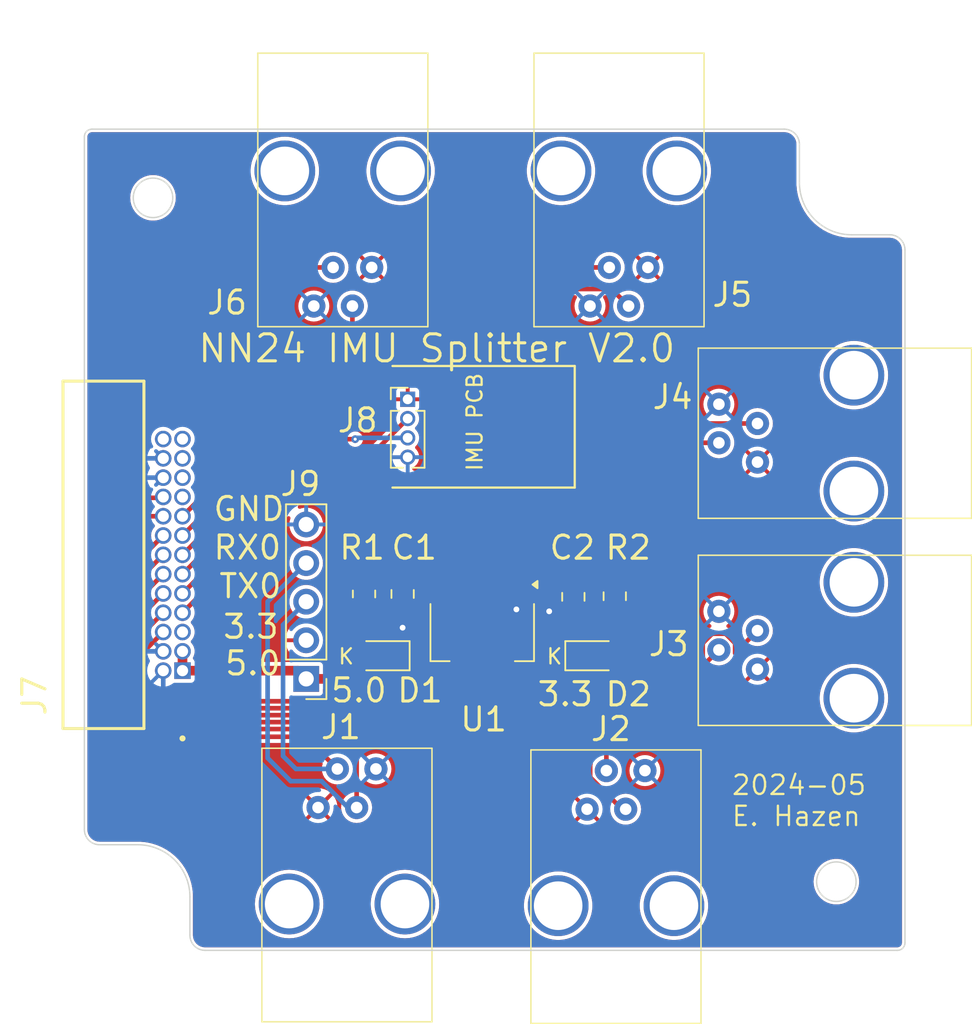
<source format=kicad_pcb>
(kicad_pcb (version 20240108) (generator "pcbnew") (generator_version "8.0")
  (layers (0 "F.Cu" signal) (31 "B.Cu" signal) (34 "B.Paste" user) (35 "F.Paste" user) (36 "B.SilkS" user "B.Silkscreen") (37 "F.SilkS" user "F.Silkscreen") (38 "B.Mask" user) (39 "F.Mask" user) (44 "Edge.Cuts" user))
  (net 0 "")
  (net 4 "+5V")
  (net 5 "GND")
  (net 6 "+3.3V")
  (net 7 "/TX0")
  (net 8 "/RX0")
  (net 9 "/TX1")
  (net 10 "/RX1")
  (net 11 "/TX2")
  (net 12 "/RX2")
  (net 13 "/TX3")
  (net 14 "/RX3")
  (net 15 "/RX4")
  (net 16 "/TX4")
  (net 17 "/TX5")
  (net 18 "/RX5")
  (net 19 "/TX6")
  (net 20 "/RX6")
  (net 24 "Net-(D1-A)")
  (net 25 "Net-(D2-A)")
  (footprint "my_RJ:A-2004-3-4-LP" (layer "F.Cu") (at 182.72 84 180)
    (property "Reference" "J6" (at 9.52 -2.31 180) (layer "F.SilkS") (effects (font (size 1.524 1.524) (thickness 0.2032))))
    (property "Value" "4P4C")
    (fp_line (start 7.5 14.1) (end -3.7 14.1) (stroke (width 0.1)) (layer "F.SilkS"))
    (fp_line (start 7.5 -3.9) (end 7.5 14.1) (stroke (width 0.1)) (layer "F.SilkS"))
    (fp_line (start -3.7 14.1) (end -3.7 -3.9) (stroke (width 0.1)) (layer "F.SilkS"))
    (fp_line (start -3.7 -3.9) (end 7.5 -3.9) (stroke (width 0.1)) (layer "F.SilkS"))
    (pad "1" thru_hole circle (at 0 0 180) (size 1.524 1.524) (drill 0.762) (layers "*.Cu" "*.Mask") (net 6 "+3.3V"))
    (pad "2" thru_hole circle (at 1.27 -2.54 180) (size 1.524 1.524) (drill 0.762) (layers "*.Cu" "*.Mask") (net 17 "/TX5"))
    (pad "3" thru_hole circle (at 2.54 0 180) (size 1.524 1.524) (drill 0.762) (layers "*.Cu" "*.Mask") (net 18 "/RX5"))
    (pad "4" thru_hole circle (at 3.81 -2.54 180) (size 1.524 1.524) (drill 0.762) (layers "*.Cu" "*.Mask") (net 5 "GND"))
    (pad "5" thru_hole circle (at -1.905 6.35 180) (size 4 4) (drill 3.2) (layers "*.Cu" "*.Mask"))
    (pad "6" thru_hole circle (at 5.72 6.35 180) (size 4 4) (drill 3.2) (layers "*.Cu" "*.Mask"))
  )
  (footprint "Capacitor_SMD:C_0805_2012Metric_Pad1.18x1.45mm_HandSolder" (layer "F.Cu") (at 184.757 105.487 -90)
    (property "Reference" "C1" (at -3.048 -0.762 0) (layer "F.SilkS") (effects (font (size 1.524 1.524) (thickness 0.2032))))
    (property "Value" "10uF")
    (fp_line (start -0.261252 0.735) (end 0.261252 0.735) (stroke (width 0.12)) (layer "F.SilkS"))
    (fp_line (start -0.261252 -0.735) (end 0.261252 -0.735) (stroke (width 0.12)) (layer "F.SilkS"))
    (pad "1" smd roundrect (at -1.0375 0 270) (size 1.175 1.45) (layers "F.Cu" "F.Paste" "F.Mask") (roundrect_rratio 0.2127659574) (net 4 "+5V"))
    (pad "2" smd roundrect (at 1.0375 0 270) (size 1.175 1.45) (layers "F.Cu" "F.Paste" "F.Mask") (roundrect_rratio 0.2127659574) (net 5 "GND"))
  )
  (footprint "Connector_PinHeader_1.27mm:PinHeader_1x04_P1.27mm_Vertical" (layer "F.Cu") (at 185.091 92.676)
    (property "Reference" "J8" (at -3.291 1.391 0) (layer "F.SilkS") (effects (font (size 1.524 1.524) (thickness 0.2032))))
    (property "Value" "Conn_01x04")
    (fp_line (start -1.11 -0.76) (end 0 -0.76) (stroke (width 0.12)) (layer "F.SilkS"))
    (fp_line (start -1.11 0) (end -1.11 -0.76) (stroke (width 0.12)) (layer "F.SilkS"))
    (fp_line (start -1.11 0.76) (end -1.11 4.505) (stroke (width 0.12)) (layer "F.SilkS"))
    (fp_line (start -1.11 0.76) (end -0.563471 0.76) (stroke (width 0.12)) (layer "F.SilkS"))
    (fp_line (start -1.11 4.505) (end -0.30753 4.505) (stroke (width 0.12)) (layer "F.SilkS"))
    (fp_line (start 0.30753 4.505) (end 1.11 4.505) (stroke (width 0.12)) (layer "F.SilkS"))
    (fp_line (start 0.563471 0.76) (end 1.11 0.76) (stroke (width 0.12)) (layer "F.SilkS"))
    (fp_line (start 1.11 0.76) (end 1.11 4.505) (stroke (width 0.12)) (layer "F.SilkS"))
    (pad "1" thru_hole rect (at 0 0) (size 1 1) (drill 0.65) (layers "*.Cu" "*.Mask") (net 6 "+3.3V"))
    (pad "2" thru_hole oval (at 0 1.27) (size 1 1) (drill 0.65) (layers "*.Cu" "*.Mask") (net 19 "/TX6"))
    (pad "3" thru_hole oval (at 0 2.54) (size 1 1) (drill 0.65) (layers "*.Cu" "*.Mask") (net 20 "/RX6"))
    (pad "4" thru_hole oval (at 0 3.81) (size 1 1) (drill 0.65) (layers "*.Cu" "*.Mask") (net 5 "GND"))
  )
  (footprint "Capacitor_SMD:C_0805_2012Metric_Pad1.18x1.45mm_HandSolder" (layer "F.Cu") (at 196 105.675 -90)
    (property "Reference" "C2" (at -3.236 0.067 0) (layer "F.SilkS") (effects (font (size 1.524 1.524) (thickness 0.2032))))
    (property "Value" "22uF")
    (fp_line (start -0.261252 0.735) (end 0.261252 0.735) (stroke (width 0.12)) (layer "F.SilkS"))
    (fp_line (start -0.261252 -0.735) (end 0.261252 -0.735) (stroke (width 0.12)) (layer "F.SilkS"))
    (pad "1" smd roundrect (at -1.0375 0 270) (size 1.175 1.45) (layers "F.Cu" "F.Paste" "F.Mask") (roundrect_rratio 0.2127659574) (net 6 "+3.3V"))
    (pad "2" smd roundrect (at 1.0375 0 270) (size 1.175 1.45) (layers "F.Cu" "F.Paste" "F.Mask") (roundrect_rratio 0.2127659574) (net 5 "GND"))
  )
  (footprint "models:SAMTEC_SHF-113-01-L-D-RA" (layer "F.Cu") (at 169.6275 102.9125 90)
    (property "Reference" "J7" (at -9.255 -9.12 90) (layer "F.SilkS") (effects (font (size 1.524 1.524) (thickness 0.2032))))
    (property "Value" "3220-26-0200-00")
    (fp_line (start 11.43 -7.235) (end -11.43 -7.235) (stroke (width 0.2)) (layer "F.SilkS"))
    (fp_line (start 11.43 -7.235) (end 11.43 -1.905) (stroke (width 0.2)) (layer "F.SilkS"))
    (fp_line (start 11.43 -1.905) (end -11.43 -1.905) (stroke (width 0.2)) (layer "F.SilkS"))
    (fp_line (start -11.43 -1.905) (end -11.43 -7.235) (stroke (width 0.2)) (layer "F.SilkS"))
    (fp_circle (center -12.08 0.635) (end -11.98 0.635) (stroke (width 0.2)) (fill none) (layer "F.SilkS"))
    (pad "1" thru_hole rect (at -7.62 0.635 90) (size 1.09 1.09) (drill 0.74) (layers "*.Cu" "*.Mask") (net 4 "+5V"))
    (pad "2" thru_hole circle (at -7.62 -0.635 90) (size 1.09 1.09) (drill 0.74) (layers "*.Cu" "*.Mask") (net 5 "GND"))
    (pad "3" thru_hole circle (at -6.35 0.635 90) (size 1.09 1.09) (drill 0.74) (layers "*.Cu" "*.Mask") (net 4 "+5V"))
    (pad "4" thru_hole circle (at -6.35 -0.635 90) (size 1.09 1.09) (drill 0.74) (layers "*.Cu" "*.Mask") (net 5 "GND"))
    (pad "5" thru_hole circle (at -5.08 0.635 90) (size 1.09 1.09) (drill 0.74) (layers "*.Cu" "*.Mask"))
    (pad "6" thru_hole circle (at -5.08 -0.635 90) (size 1.09 1.09) (drill 0.74) (layers "*.Cu" "*.Mask") (net 12 "/RX2"))
    (pad "7" thru_hole circle (at -3.81 0.635 90) (size 1.09 1.09) (drill 0.74) (layers "*.Cu" "*.Mask") (net 13 "/TX3"))
    (pad "8" thru_hole circle (at -3.81 -0.635 90) (size 1.09 1.09) (drill 0.74) (layers "*.Cu" "*.Mask") (net 11 "/TX2"))
    (pad "9" thru_hole circle (at -2.54 0.635 90) (size 1.09 1.09) (drill 0.74) (layers "*.Cu" "*.Mask") (net 14 "/RX3"))
    (pad "10" thru_hole circle (at -2.54 -0.635 90) (size 1.09 1.09) (drill 0.74) (layers "*.Cu" "*.Mask") (net 9 "/TX1"))
    (pad "11" thru_hole circle (at -1.27 0.635 90) (size 1.09 1.09) (drill 0.74) (layers "*.Cu" "*.Mask") (net 19 "/TX6"))
    (pad "12" thru_hole circle (at -1.27 -0.635 90) (size 1.09 1.09) (drill 0.74) (layers "*.Cu" "*.Mask") (net 10 "/RX1"))
    (pad "13" thru_hole circle (at 0 0.635 90) (size 1.09 1.09) (drill 0.74) (layers "*.Cu" "*.Mask") (net 20 "/RX6"))
    (pad "14" thru_hole circle (at 0 -0.635 90) (size 1.09 1.09) (drill 0.74) (layers "*.Cu" "*.Mask") (net 8 "/RX0"))
    (pad "15" thru_hole circle (at 1.27 0.635 90) (size 1.09 1.09) (drill 0.74) (layers "*.Cu" "*.Mask") (net 16 "/TX4"))
    (pad "16" thru_hole circle (at 1.27 -0.635 90) (size 1.09 1.09) (drill 0.74) (layers "*.Cu" "*.Mask") (net 7 "/TX0"))
    (pad "17" thru_hole circle (at 2.54 0.635 90) (size 1.09 1.09) (drill 0.74) (layers "*.Cu" "*.Mask") (net 15 "/RX4"))
    (pad "18" thru_hole circle (at 2.54 -0.635 90) (size 1.09 1.09) (drill 0.74) (layers "*.Cu" "*.Mask") (net 18 "/RX5"))
    (pad "19" thru_hole circle (at 3.81 0.635 90) (size 1.09 1.09) (drill 0.74) (layers "*.Cu" "*.Mask"))
    (pad "20" thru_hole circle (at 3.81 -0.635 90) (size 1.09 1.09) (drill 0.74) (layers "*.Cu" "*.Mask") (net 17 "/TX5"))
    (pad "21" thru_hole circle (at 5.08 0.635 90) (size 1.09 1.09) (drill 0.74) (layers "*.Cu" "*.Mask"))
    (pad "22" thru_hole circle (at 5.08 -0.635 90) (size 1.09 1.09) (drill 0.74) (layers "*.Cu" "*.Mask") (net 5 "GND"))
    (pad "23" thru_hole circle (at 6.35 0.635 90) (size 1.09 1.09) (drill 0.74) (layers "*.Cu" "*.Mask"))
    (pad "24" thru_hole circle (at 6.35 -0.635 90) (size 1.09 1.09) (drill 0.74) (layers "*.Cu" "*.Mask") (net 5 "GND"))
    (pad "25" thru_hole circle (at 7.62 0.635 90) (size 1.09 1.09) (drill 0.74) (layers "*.Cu" "*.Mask"))
    (pad "26" thru_hole circle (at 7.62 -0.635 90) (size 1.09 1.09) (drill 0.74) (layers "*.Cu" "*.Mask"))
  )
  (footprint "my_RJ:A-2004-3-4-LP" (layer "F.Cu") (at 179.19 119.54)
    (property "Reference" "J1" (at 1.503 -5.29 0) (layer "F.SilkS") (effects (font (size 1.524 1.524) (thickness 0.2032))))
    (property "Value" "4P4C")
    (fp_line (start -3.7 -3.9) (end 7.5 -3.9) (stroke (width 0.1)) (layer "F.SilkS"))
    (fp_line (start -3.7 14.1) (end -3.7 -3.9) (stroke (width 0.1)) (layer "F.SilkS"))
    (fp_line (start 7.5 -3.9) (end 7.5 14.1) (stroke (width 0.1)) (layer "F.SilkS"))
    (fp_line (start 7.5 14.1) (end -3.7 14.1) (stroke (width 0.1)) (layer "F.SilkS"))
    (pad "1" thru_hole circle (at 0 0) (size 1.524 1.524) (drill 0.762) (layers "*.Cu" "*.Mask") (net 6 "+3.3V"))
    (pad "2" thru_hole circle (at 1.27 -2.54) (size 1.524 1.524) (drill 0.762) (layers "*.Cu" "*.Mask") (net 7 "/TX0"))
    (pad "3" thru_hole circle (at 2.54 0) (size 1.524 1.524) (drill 0.762) (layers "*.Cu" "*.Mask") (net 8 "/RX0"))
    (pad "4" thru_hole circle (at 3.81 -2.54) (size 1.524 1.524) (drill 0.762) (layers "*.Cu" "*.Mask") (net 5 "GND"))
    (pad "5" thru_hole circle (at -1.905 6.35) (size 4 4) (drill 3.2) (layers "*.Cu" "*.Mask"))
    (pad "6" thru_hole circle (at 5.72 6.35) (size 4 4) (drill 3.2) (layers "*.Cu" "*.Mask"))
  )
  (footprint "my_RJ:A-2004-3-4-LP" (layer "F.Cu") (at 196.905 119.65)
    (property "Reference" "J2" (at 1.568 -5.273 0) (layer "F.SilkS") (effects (font (size 1.524 1.524) (thickness 0.2032))))
    (property "Value" "4P4C")
    (fp_line (start -3.7 -3.9) (end 7.5 -3.9) (stroke (width 0.1)) (layer "F.SilkS"))
    (fp_line (start -3.7 14.1) (end -3.7 -3.9) (stroke (width 0.1)) (layer "F.SilkS"))
    (fp_line (start 7.5 -3.9) (end 7.5 14.1) (stroke (width 0.1)) (layer "F.SilkS"))
    (fp_line (start 7.5 14.1) (end -3.7 14.1) (stroke (width 0.1)) (layer "F.SilkS"))
    (pad "1" thru_hole circle (at 0 0) (size 1.524 1.524) (drill 0.762) (layers "*.Cu" "*.Mask") (net 6 "+3.3V"))
    (pad "2" thru_hole circle (at 1.27 -2.54) (size 1.524 1.524) (drill 0.762) (layers "*.Cu" "*.Mask") (net 9 "/TX1"))
    (pad "3" thru_hole circle (at 2.54 0) (size 1.524 1.524) (drill 0.762) (layers "*.Cu" "*.Mask") (net 10 "/RX1"))
    (pad "4" thru_hole circle (at 3.81 -2.54) (size 1.524 1.524) (drill 0.762) (layers "*.Cu" "*.Mask") (net 5 "GND"))
    (pad "5" thru_hole circle (at -1.905 6.35) (size 4 4) (drill 3.2) (layers "*.Cu" "*.Mask"))
    (pad "6" thru_hole circle (at 5.72 6.35) (size 4 4) (drill 3.2) (layers "*.Cu" "*.Mask"))
  )
  (footprint "LED_SMD:LED_0805_2012Metric_Pad1.15x1.40mm_HandSolder" (layer "F.Cu") (at 197.33 109.551)
    (property "Reference" "D2" (at 2.286 2.54 0) (layer "F.SilkS") (effects (font (size 1.524 1.524) (thickness 0.2032))))
    (property "Value" "LED")
    (fp_line (start -1.86 -0.96) (end -1.86 0.96) (stroke (width 0.12)) (layer "F.SilkS"))
    (fp_line (start -1.86 0.96) (end 1 0.96) (stroke (width 0.12)) (layer "F.SilkS"))
    (fp_line (start 1 -0.96) (end -1.86 -0.96) (stroke (width 0.12)) (layer "F.SilkS"))
    (pad "1" smd roundrect (at -1.025 0) (size 1.15 1.4) (layers "F.Cu" "F.Paste" "F.Mask") (roundrect_rratio 0.2173913043) (net 5 "GND"))
    (pad "2" smd roundrect (at 1.025 0) (size 1.15 1.4) (layers "F.Cu" "F.Paste" "F.Mask") (roundrect_rratio 0.2173913043) (net 25 "Net-(D2-A)"))
  )
  (footprint "Connector_PinHeader_2.54mm:PinHeader_1x05_P2.54mm_Vertical" (layer "F.Cu") (at 178.407 111.075 180)
    (property "Reference" "J9" (at 0.381 12.827 0) (layer "F.SilkS") (effects (font (size 1.524 1.524) (thickness 0.2032))))
    (property "Value" "Conn_01x05")
    (fp_line (start 1.33 1.27) (end 1.33 11.49) (stroke (width 0.12)) (layer "F.SilkS"))
    (fp_line (start -1.33 11.49) (end 1.33 11.49) (stroke (width 0.12)) (layer "F.SilkS"))
    (fp_line (start -1.33 1.27) (end 1.33 1.27) (stroke (width 0.12)) (layer "F.SilkS"))
    (fp_line (start -1.33 1.27) (end -1.33 11.49) (stroke (width 0.12)) (layer "F.SilkS"))
    (fp_line (start -1.33 0) (end -1.33 -1.33) (stroke (width 0.12)) (layer "F.SilkS"))
    (fp_line (start -1.33 -1.33) (end 0 -1.33) (stroke (width 0.12)) (layer "F.SilkS"))
    (pad "1" thru_hole rect (at 0 0 180) (size 1.7 1.7) (drill 1) (layers "*.Cu" "*.Mask") (net 4 "+5V"))
    (pad "2" thru_hole oval (at 0 2.54 180) (size 1.7 1.7) (drill 1) (layers "*.Cu" "*.Mask") (net 6 "+3.3V"))
    (pad "3" thru_hole oval (at 0 5.08 180) (size 1.7 1.7) (drill 1) (layers "*.Cu" "*.Mask") (net 7 "/TX0"))
    (pad "4" thru_hole oval (at 0 7.62 180) (size 1.7 1.7) (drill 1) (layers "*.Cu" "*.Mask") (net 8 "/RX0"))
    (pad "5" thru_hole oval (at 0 10.16 180) (size 1.7 1.7) (drill 1) (layers "*.Cu" "*.Mask") (net 5 "GND"))
  )
  (footprint "Package_TO_SOT_SMD:SOT-223-3_TabPin2" (layer "F.Cu") (at 190 108 -90)
    (property "Reference" "U1" (at 5.742 -0.091 180) (layer "F.SilkS") (effects (font (size 1.524 1.524) (thickness 0.2032))))
    (property "Value" "AP2114H-3.3TRG1")
    (fp_line (start -1.85 3.41) (end 1.91 3.41) (stroke (width 0.12)) (layer "F.SilkS"))
    (fp_line (start 1.91 3.41) (end 1.91 2.15) (stroke (width 0.12)) (layer "F.SilkS"))
    (fp_line (start -1.85 -3.41) (end 1.91 -3.41) (stroke (width 0.12)) (layer "F.SilkS"))
    (fp_line (start 1.91 -3.41) (end 1.91 -2.15) (stroke (width 0.12)) (layer "F.SilkS"))
    (fp_poly (pts (xy -3.13 -3.31) (xy -3.37 -3.64) (xy -2.89 -3.64) (xy -3.13 -3.31)) (stroke (width 0.12)) (fill solid) (layer "F.SilkS"))
    (pad "1" smd roundrect (at -3.15 -2.3 270) (size 2 1.5) (layers "F.Cu" "F.Paste" "F.Mask") (net 5 "GND"))
    (pad "2" smd roundrect (at -3.15 0 270) (size 2 1.5) (layers "F.Cu" "F.Paste" "F.Mask") (net 6 "+3.3V"))
    (pad "2" smd roundrect (at 3.15 0 270) (size 2 3.8) (layers "F.Cu" "F.Paste" "F.Mask") (net 6 "+3.3V"))
    (pad "3" smd roundrect (at -3.15 2.3 270) (size 2 1.5) (layers "F.Cu" "F.Paste" "F.Mask") (net 4 "+5V"))
  )
  (footprint "LED_SMD:LED_0805_2012Metric_Pad1.15x1.40mm_HandSolder" (layer "F.Cu") (at 183.36 109.551 180)
    (property "Reference" "D1" (at -2.54 -2.286 0) (layer "F.SilkS") (effects (font (size 1.524 1.524) (thickness 0.2032))))
    (property "Value" "LED")
    (fp_line (start 1 -0.96) (end -1.86 -0.96) (stroke (width 0.12)) (layer "F.SilkS"))
    (fp_line (start -1.86 0.96) (end 1 0.96) (stroke (width 0.12)) (layer "F.SilkS"))
    (fp_line (start -1.86 -0.96) (end -1.86 0.96) (stroke (width 0.12)) (layer "F.SilkS"))
    (pad "1" smd roundrect (at -1.025 0 180) (size 1.15 1.4) (layers "F.Cu" "F.Paste" "F.Mask") (roundrect_rratio 0.2173913043) (net 5 "GND"))
    (pad "2" smd roundrect (at 1.025 0 180) (size 1.15 1.4) (layers "F.Cu" "F.Paste" "F.Mask") (roundrect_rratio 0.2173913043) (net 24 "Net-(D1-A)"))
  )
  (footprint "Resistor_SMD:R_0805_2012Metric_Pad1.20x1.40mm_HandSolder" (layer "F.Cu") (at 182.217 105.487 -90)
    (property "Reference" "R1" (at -3.048 0.127 180) (layer "F.SilkS") (effects (font (size 1.524 1.524) (thickness 0.2032))))
    (property "Value" "1.5k")
    (fp_line (start -0.227064 0.735) (end 0.227064 0.735) (stroke (width 0.12)) (layer "F.SilkS"))
    (fp_line (start -0.227064 -0.735) (end 0.227064 -0.735) (stroke (width 0.12)) (layer "F.SilkS"))
    (pad "1" smd roundrect (at -1 0 270) (size 1.2 1.4) (layers "F.Cu" "F.Paste" "F.Mask") (roundrect_rratio 0.2083333333) (net 4 "+5V"))
    (pad "2" smd roundrect (at 1 0 270) (size 1.2 1.4) (layers "F.Cu" "F.Paste" "F.Mask") (roundrect_rratio 0.2083333333) (net 24 "Net-(D1-A)"))
  )
  (footprint "Capacitor_SMD:C_0805_2012Metric_Pad1.18x1.45mm_HandSolder" (layer "F.Cu") (at 198.727 105.6355 -90)
    (property "Reference" "R2" (at -3.1965 -0.889 180) (layer "F.SilkS") (effects (font (size 1.524 1.524) (thickness 0.2032))))
    (property "Value" "510")
    (fp_line (start -0.261252 0.735) (end 0.261252 0.735) (stroke (width 0.12)) (layer "F.SilkS"))
    (fp_line (start -0.261252 -0.735) (end 0.261252 -0.735) (stroke (width 0.12)) (layer "F.SilkS"))
    (pad "1" smd roundrect (at -1.0375 0 270) (size 1.175 1.45) (layers "F.Cu" "F.Paste" "F.Mask") (roundrect_rratio 0.2127659574) (net 6 "+3.3V"))
    (pad "2" smd roundrect (at 1.0375 0 270) (size 1.175 1.45) (layers "F.Cu" "F.Paste" "F.Mask") (roundrect_rratio 0.2127659574) (net 25 "Net-(D2-A)"))
  )
  (footprint "my_RJ:A-2004-3-4-LP" (layer "F.Cu") (at 208.125 96.81 90)
    (property "Reference" "J4" (at 4.277 -5.588 180) (layer "F.SilkS") (effects (font (size 1.524 1.524) (thickness 0.2032))))
    (property "Value" "4P4C")
    (fp_line (start 7.5 -3.9) (end 7.5 14.1) (stroke (width 0.1)) (layer "F.SilkS"))
    (fp_line (start -3.7 -3.9) (end 7.5 -3.9) (stroke (width 0.1)) (layer "F.SilkS"))
    (fp_line (start 7.5 14.1) (end -3.7 14.1) (stroke (width 0.1)) (layer "F.SilkS"))
    (fp_line (start -3.7 14.1) (end -3.7 -3.9) (stroke (width 0.1)) (layer "F.SilkS"))
    (pad "1" thru_hole circle (at 0 0 90) (size 1.524 1.524) (drill 0.762) (layers "*.Cu" "*.Mask") (net 6 "+3.3V"))
    (pad "2" thru_hole circle (at 1.27 -2.54 90) (size 1.524 1.524) (drill 0.762) (layers "*.Cu" "*.Mask") (net 13 "/TX3"))
    (pad "3" thru_hole circle (at 2.54 0 90) (size 1.524 1.524) (drill 0.762) (layers "*.Cu" "*.Mask") (net 14 "/RX3"))
    (pad "4" thru_hole circle (at 3.81 -2.54 90) (size 1.524 1.524) (drill 0.762) (layers "*.Cu" "*.Mask") (net 5 "GND"))
    (pad "5" thru_hole circle (at -1.905 6.35 90) (size 4 4) (drill 3.2) (layers "*.Cu" "*.Mask"))
    (pad "6" thru_hole circle (at 5.72 6.35 90) (size 4 4) (drill 3.2) (layers "*.Cu" "*.Mask"))
  )
  (footprint "my_RJ:A-2004-3-4-LP" (layer "F.Cu") (at 208.125 110.44 90)
    (property "Reference" "J3" (at 1.651 -5.842 180) (layer "F.SilkS") (effects (font (size 1.524 1.524) (thickness 0.2032))))
    (property "Value" "4P4C")
    (fp_line (start 7.5 -3.9) (end 7.5 14.1) (stroke (width 0.1)) (layer "F.SilkS"))
    (fp_line (start -3.7 -3.9) (end 7.5 -3.9) (stroke (width 0.1)) (layer "F.SilkS"))
    (fp_line (start 7.5 14.1) (end -3.7 14.1) (stroke (width 0.1)) (layer "F.SilkS"))
    (fp_line (start -3.7 14.1) (end -3.7 -3.9) (stroke (width 0.1)) (layer "F.SilkS"))
    (pad "1" thru_hole circle (at 0 0 90) (size 1.524 1.524) (drill 0.762) (layers "*.Cu" "*.Mask") (net 6 "+3.3V"))
    (pad "2" thru_hole circle (at 1.27 -2.54 90) (size 1.524 1.524) (drill 0.762) (layers "*.Cu" "*.Mask") (net 11 "/TX2"))
    (pad "3" thru_hole circle (at 2.54 0 90) (size 1.524 1.524) (drill 0.762) (layers "*.Cu" "*.Mask") (net 12 "/RX2"))
    (pad "4" thru_hole circle (at 3.81 -2.54 90) (size 1.524 1.524) (drill 0.762) (layers "*.Cu" "*.Mask") (net 5 "GND"))
    (pad "5" thru_hole circle (at -1.905 6.35 90) (size 4 4) (drill 3.2) (layers "*.Cu" "*.Mask"))
    (pad "6" thru_hole circle (at 5.72 6.35 90) (size 4 4) (drill 3.2) (layers "*.Cu" "*.Mask"))
  )
  (footprint "my_RJ:A-2004-3-4-LP" (layer "F.Cu") (at 200.9075 84 180)
    (property "Reference" "J5" (at -5.5665 -1.802 180) (layer "F.SilkS") (effects (font (size 1.524 1.524) (thickness 0.2032))))
    (property "Value" "4P4C")
    (fp_line (start 7.5 14.1) (end -3.7 14.1) (stroke (width 0.1)) (layer "F.SilkS"))
    (fp_line (start 7.5 -3.9) (end 7.5 14.1) (stroke (width 0.1)) (layer "F.SilkS"))
    (fp_line (start -3.7 14.1) (end -3.7 -3.9) (stroke (width 0.1)) (layer "F.SilkS"))
    (fp_line (start -3.7 -3.9) (end 7.5 -3.9) (stroke (width 0.1)) (layer "F.SilkS"))
    (pad "1" thru_hole circle (at 0 0 180) (size 1.524 1.524) (drill 0.762) (layers "*.Cu" "*.Mask") (net 6 "+3.3V"))
    (pad "2" thru_hole circle (at 1.27 -2.54 180) (size 1.524 1.524) (drill 0.762) (layers "*.Cu" "*.Mask") (net 16 "/TX4"))
    (pad "3" thru_hole circle (at 2.54 0 180) (size 1.524 1.524) (drill 0.762) (layers "*.Cu" "*.Mask") (net 15 "/RX4"))
    (pad "4" thru_hole circle (at 3.81 -2.54 180) (size 1.524 1.524) (drill 0.762) (layers "*.Cu" "*.Mask") (net 5 "GND"))
    (pad "5" thru_hole circle (at -1.905 6.35 180) (size 4 4) (drill 3.2) (layers "*.Cu" "*.Mask"))
    (pad "6" thru_hole circle (at 5.72 6.35 180) (size 4 4) (drill 3.2) (layers "*.Cu" "*.Mask"))
  )
  (gr_line (start 196.091 98.486) (end 184.091 98.486) (stroke (width 0.15)) (layer "F.SilkS"))
  (gr_line (start 196.091 90.486) (end 196.091 98.486) (stroke (width 0.15)) (layer "F.SilkS"))
  (gr_line (start 184.091 90.486) (end 196.091 90.486) (stroke (width 0.15)) (layer "F.SilkS"))
  (gr_arc (start 214.31973 81.849909) (mid 211.894216 80.845242) (end 210.88955 78.41973) (stroke (width 0.09)) (layer "Edge.Cuts"))
  (gr_line (start 163.8 75.4) (end 163.8 120.98955) (stroke (width 0.09)) (layer "Edge.Cuts"))
  (gr_line (start 209.88955 74.9) (end 164.3 74.9) (stroke (width 0.09)) (layer "Edge.Cuts"))
  (gr_arc (start 164.8 121.98955) (mid 164.092894 121.696657) (end 163.8 120.98955) (stroke (width 0.09)) (layer "Edge.Cuts"))
  (gr_arc (start 209.88955 74.9) (mid 210.596672 75.192878) (end 210.88955 75.9) (stroke (width 0.09)) (layer "Edge.Cuts"))
  (gr_arc (start 171.749909 128.939459) (mid 171.042794 128.646569) (end 170.749909 127.939459) (stroke (width 0.09)) (layer "Edge.Cuts"))
  (gr_circle (center 168.31973 79.41973) (end 169.61973 79.41973) (stroke (width 0.09)) (fill none) (layer "Edge.Cuts"))
  (gr_line (start 217.839459 128.439459) (end 217.839459 82.849909) (stroke (width 0.09)) (layer "Edge.Cuts"))
  (gr_circle (center 213.31973 124.41973) (end 214.61973 124.41973) (stroke (width 0.09)) (fill none) (layer "Edge.Cuts"))
  (gr_arc (start 163.8 75.4) (mid 163.94643 75.046416) (end 164.3 74.9) (stroke (width 0.09)) (layer "Edge.Cuts"))
  (gr_line (start 216.839459 81.849909) (end 214.31973 81.849909) (stroke (width 0.09)) (layer "Edge.Cuts"))
  (gr_arc (start 217.839459 128.439459) (mid 217.693007 128.792993) (end 217.339459 128.939459) (stroke (width 0.09)) (layer "Edge.Cuts"))
  (gr_arc (start 167.31973 121.98955) (mid 169.745222 122.994236) (end 170.749909 125.41973) (stroke (width 0.09)) (layer "Edge.Cuts"))
  (gr_line (start 210.88955 78.41973) (end 210.88955 75.9) (stroke (width 0.09)) (layer "Edge.Cuts"))
  (gr_arc (start 216.839459 81.849909) (mid 217.546607 82.142785) (end 217.839459 82.849909) (stroke (width 0.09)) (layer "Edge.Cuts"))
  (gr_line (start 170.749909 125.41973) (end 170.749909 127.939459) (stroke (width 0.09)) (layer "Edge.Cuts"))
  (gr_line (start 164.8 121.98955) (end 167.31973 121.98955) (stroke (width 0.09)) (layer "Edge.Cuts"))
  (gr_line (start 171.749909 128.939459) (end 217.339459 128.939459) (stroke (width 0.09)) (layer "Edge.Cuts"))
  (gr_text "TX0" (at 172.565 105.868 0) (layer "F.SilkS") (effects (font (size 1.524 1.524) (thickness 0.2032)) (justify left bottom)))
  (gr_text "3.3" (at 172.819 108.535 0) (layer "F.SilkS") (effects (font (size 1.524 1.524) (thickness 0.2032)) (justify left bottom)))
  (gr_text "GND" (at 172.184 100.788 0) (layer "F.SilkS") (effects (font (size 1.524 1.524) (thickness 0.2032)) (justify left bottom)))
  (gr_text "RX0" (at 172.184 103.328 0) (layer "F.SilkS") (effects (font (size 1.524 1.524) (thickness 0.2032)) (justify left bottom)))
  (gr_text "K" (at 180.439 110.186 0) (layer "F.SilkS") (effects (font (size 1 1)) (justify left bottom)))
  (gr_text "3.3" (at 193.52 112.98 0) (layer "F.SilkS") (effects (font (size 1.524 1.524) (thickness 0.2032)) (justify left bottom)))
  (gr_text "NN24 IMU Splitter V2.0" (at 171.168 90.374 0) (layer "F.SilkS") (effects (font (size 1.778 1.778) (thickness 0.2032)) (justify left bottom)))
  (gr_text "K" (at 194.155 110.186 0) (layer "F.SilkS") (effects (font (size 1 1)) (justify left bottom)))
  (gr_text "IMU PCB" (at 190.091 97.486 90) (layer "F.SilkS") (effects (font (size 1 1)) (justify left bottom)))
  (gr_text "2024-05\nE. Hazen" (at 206.347 120.854 0) (layer "F.SilkS") (effects (font (size 1.27 1.27) (thickness 0.1524)) (justify left bottom)))
  (gr_text "5.0" (at 172.946 110.948 0) (layer "F.SilkS") (effects (font (size 1.524 1.524) (thickness 0.2032)) (justify left bottom)))
  (gr_text "5.0" (at 179.931 112.726 0) (layer "F.SilkS") (effects (font (size 1.524 1.524) (thickness 0.2032)) (justify left bottom)))
  (segment (start 184.7195 104.487) (end 184.757 104.4495) (width 0.635) (layer "F.Cu") (net 4))
  (segment (start 180.185 106.519) (end 182.217 104.487) (width 0.635) (layer "F.Cu") (net 4))
  (segment (start 180.185 110.567) (end 180.185 106.519) (width 0.635) (layer "F.Cu") (net 4))
  (segment (start 184.757 104.4495) (end 187.2995 104.4495) (width 0.635) (layer "F.Cu") (net 4))
  (segment (start 178.407 111.075) (end 179.677 111.075) (width 0.635) (layer "F.Cu") (net 4))
  (segment (start 177.8645 110.5325) (end 178.407 111.075) (width 0.635) (layer "F.Cu") (net 4))
  (segment (start 182.217 104.487) (end 184.7195 104.487) (width 0.635) (layer "F.Cu") (net 4))
  (segment (start 170.2625 110.5325) (end 177.8645 110.5325) (width 0.635) (layer "F.Cu") (net 4))
  (segment (start 179.677 111.075) (end 180.185 110.567) (width 0.635) (layer "F.Cu") (net 4))
  (segment (start 187.2995 104.4495) (end 187.7 104.85) (width 0.635) (layer "F.Cu") (net 4))
  (segment (start 170.2625 110.5325) (end 170.2625 109.2625) (width 0.635) (layer "F.Cu") (net 4))
  (segment (start 194.414 106.625) (end 194.409 106.63) (width 0.3048) (layer "F.Cu") (net 5))
  (segment (start 192.3 106.453) (end 192.25 106.503) (width 0.3048) (layer "F.Cu") (net 5))
  (segment (start 184.757 106.437) (end 184.757 107.707) (width 0.3048) (layer "F.Cu") (net 5))
  (segment (start 184.385 109.551) (end 184.385 108.079) (width 0.3048) (layer "F.Cu") (net 5))
  (segment (start 196 106.625) (end 194.414 106.625) (width 0.3048) (layer "F.Cu") (net 5))
  (segment (start 184.385 108.079) (end 184.757 107.707) (width 0.3048) (layer "F.Cu") (net 5))
  (segment (start 192.3 104.85) (end 192.3 106.453) (width 0.3048) (layer "F.Cu") (net 5))
  (segment (start 196.305 109.551) (end 196.305 107.0175) (width 0.3048) (layer "F.Cu") (net 5))
  (segment (start 196.305 107.0175) (end 196 106.7125) (width 0.3048) (layer "F.Cu") (net 5))
  (via (at 192.25 106.503) (size 1.016) (drill 0.381) (layers "F.Cu" "B.Cu") (net 5))
  (via (at 194.409 106.63) (size 1.016) (drill 0.381) (layers "F.Cu" "B.Cu") (net 5))
  (via (at 184.757 107.707) (size 1.016) (drill 0.381) (layers "F.Cu" "B.Cu") (net 5))
  (segment (start 167.2655 96.5625) (end 167.231 96.597) (width 0.3048) (layer "B.Cu") (net 5))
  (segment (start 168.9925 110.5325) (end 168.9925 111.8713) (width 0.3048) (layer "B.Cu") (net 5))
  (segment (start 168.9925 97.8325) (end 167.0695 97.8325) (width 0.3048) (layer "B.Cu") (net 5))
  (segment (start 168.9925 96.5625) (end 167.2655 96.5625) (width 0.3048) (layer "B.Cu") (net 5))
  (segment (start 168.9925 109.2625) (end 167.1385 109.2625) (width 0.3048) (layer "B.Cu") (net 5))
  (segment (start 169.0344 111.9132) (end 168.9925 111.8713) (width 0.3048) (layer "B.Cu") (net 5))
  (segment (start 167.1385 109.2625) (end 167.104 109.297) (width 0.3048) (layer "B.Cu") (net 5))
  (segment (start 167.0695 97.8325) (end 166.85 97.613) (width 0.3048) (layer "B.Cu") (net 5))
  (segment (start 165.326 112.98) (end 165.326 105.309) (width 0.3048) (layer "F.Cu") (net 7))
  (segment (start 180.46 117) (end 178.345 114.885) (width 0.3048) (layer "F.Cu") (net 7))
  (segment (start 167.231 114.885) (end 165.326 112.98) (width 0.3048) (layer "F.Cu") (net 7))
  (segment (start 165.326 105.309) (end 168.9925 101.6425) (width 0.3048) (layer "F.Cu") (net 7))
  (segment (start 178.345 114.885) (end 167.231 114.885) (width 0.3048) (layer "F.Cu") (net 7))
  (segment (start 176.883 116.155) (end 177.728 117) (width 0.3048) (layer "B.Cu") (net 7))
  (segment (start 176.883 116.155) (end 176.883 107.519) (width 0.3048) (layer "B.Cu") (net 7))
  (segment (start 177.728 117) (end 180.46 117) (width 0.3048) (layer "B.Cu") (net 7))
  (segment (start 176.883 107.519) (end 178.407 105.995) (width 0.3048) (layer "B.Cu") (net 7))
  (segment (start 167.485 114.377) (end 165.872 112.764) (width 0.3048) (layer "F.Cu") (net 8))
  (segment (start 181.73 115.668) (end 180.439 114.377) (width 0.3048) (layer "F.Cu") (net 8))
  (segment (start 181.73 119.54) (end 181.73 115.668) (width 0.3048) (layer "F.Cu") (net 8))
  (segment (start 165.872 112.764) (end 165.872 106.033) (width 0.3048) (layer "F.Cu") (net 8))
  (segment (start 180.439 114.377) (end 167.485 114.377) (width 0.3048) (layer "F.Cu") (net 8))
  (segment (start 165.872 106.033) (end 168.9925 102.9125) (width 0.3048) (layer "F.Cu") (net 8))
  (segment (start 175.867 116.282) (end 177.391 117.806) (width 0.3048) (layer "B.Cu") (net 8))
  (segment (start 179.423 117.806) (end 181.157 119.54) (width 0.3048) (layer "B.Cu") (net 8))
  (segment (start 175.867 116.282) (end 175.867 105.995) (width 0.3048) (layer "B.Cu") (net 8))
  (segment (start 175.867 105.995) (end 178.407 103.455) (width 0.3048) (layer "B.Cu") (net 8))
  (segment (start 177.391 117.806) (end 179.423 117.806) (width 0.3048) (layer "B.Cu") (net 8))
  (segment (start 181.157 119.54) (end 181.73 119.54) (width 0.3048) (layer "B.Cu") (net 8))
  (segment (start 166.8372 107.6078) (end 168.9925 105.4525) (width 0.3048) (layer "F.Cu") (net 9))
  (segment (start 166.8372 112.193622) (end 166.8372 107.6078) (width 0.3048) (layer "F.Cu") (net 9))
  (segment (start 198.175 114.587) (end 198.175 117.11) (width 0.3048) (layer "F.Cu") (net 9))
  (segment (start 168.106178 113.4626) (end 166.8372 112.193622) (width 0.3048) (layer "F.Cu") (net 9))
  (segment (start 197.0506 113.4626) (end 168.106178 113.4626) (width 0.3048) (layer "F.Cu") (net 9))
  (segment (start 197.0506 113.4626) (end 198.175 114.587) (width 0.3048) (layer "F.Cu") (net 9))
  (segment (start 197.1082 117.551884) (end 199.206316 119.65) (width 0.3048) (layer "F.Cu") (net 10))
  (segment (start 197.1268 114.758) (end 197.1268 116.649516) (width 0.3048) (layer "F.Cu") (net 10))
  (segment (start 167.9168 113.9198) (end 196.2886 113.9198) (width 0.3048) (layer "F.Cu") (net 10))
  (segment (start 166.38 112.383) (end 167.9168 113.9198) (width 0.3048) (layer "F.Cu") (net 10))
  (segment (start 197.1082 116.668116) (end 197.1082 117.551884) (width 0.3048) (layer "F.Cu") (net 10))
  (segment (start 168.9925 104.1825) (end 166.38 106.795) (width 0.3048) (layer "F.Cu") (net 10))
  (segment (start 196.2886 113.9198) (end 197.1268 114.758) (width 0.3048) (layer "F.Cu") (net 10))
  (segment (start 197.1268 116.649516) (end 197.1082 116.668116) (width 0.3048) (layer "F.Cu") (net 10))
  (segment (start 166.38 106.795) (end 166.38 112.383) (width 0.3048) (layer "F.Cu") (net 10))
  (segment (start 199.206316 119.65) (end 199.445 119.65) (width 0.3048) (layer "F.Cu") (net 10))
  (segment (start 167.2944 112.004244) (end 167.2944 108.4206) (width 0.3048) (layer "F.Cu") (net 11))
  (segment (start 201.7496 113.0054) (end 168.295556 113.0054) (width 0.3048) (layer "F.Cu") (net 11))
  (segment (start 167.2944 108.4206) (end 168.9925 106.7225) (width 0.3048) (layer "F.Cu") (net 11))
  (segment (start 168.295556 113.0054) (end 167.2944 112.004244) (width 0.3048) (layer "F.Cu") (net 11))
  (segment (start 205.585 109.17) (end 201.7496 113.0054) (width 0.3048) (layer "F.Cu") (net 11))
  (segment (start 204.5182 109.590222) (end 201.560222 112.5482) (width 0.3048) (layer "F.Cu") (net 12))
  (segment (start 167.7516 109.2334) (end 168.9925 107.9925) (width 0.3048) (layer "F.Cu") (net 12))
  (segment (start 168.484934 112.5482) (end 167.7516 111.814866) (width 0.3048) (layer "F.Cu") (net 12))
  (segment (start 208.125 107.9) (end 206.6518 109.3732) (width 0.3048) (layer "F.Cu") (net 12))
  (segment (start 206.026884 108.1032) (end 205.143116 108.1032) (width 0.3048) (layer "F.Cu") (net 12))
  (segment (start 206.6518 108.728116) (end 206.026884 108.1032) (width 0.3048) (layer "F.Cu") (net 12))
  (segment (start 204.5182 108.728116) (end 204.5182 109.590222) (width 0.3048) (layer "F.Cu") (net 12))
  (segment (start 205.143116 108.1032) (end 204.5182 108.728116) (width 0.3048) (layer "F.Cu") (net 12))
  (segment (start 167.7516 111.814866) (end 167.7516 109.2334) (width 0.3048) (layer "F.Cu") (net 12))
  (segment (start 206.6518 109.3732) (end 206.6518 108.728116) (width 0.3048) (layer "F.Cu") (net 12))
  (segment (start 201.560222 112.5482) (end 168.484934 112.5482) (width 0.3048) (layer "F.Cu") (net 12))
  (segment (start 196.441 98.248) (end 199.149 95.54) (width 0.3048) (layer "F.Cu") (net 13))
  (segment (start 199.149 95.54) (end 205.585 95.54) (width 0.3048) (layer "F.Cu") (net 13))
  (segment (start 170.2625 106.7225) (end 178.737 98.248) (width 0.3048) (layer "F.Cu") (net 13))
  (segment (start 178.737 98.248) (end 196.441 98.248) (width 0.3048) (layer "F.Cu") (net 13))
  (segment (start 199.276 94.27) (end 208.125 94.27) (width 0.3048) (layer "F.Cu") (net 14))
  (segment (start 170.2625 105.4525) (end 177.9242 97.7908) (width 0.3048) (layer "F.Cu") (net 14))
  (segment (start 195.7552 97.7908) (end 199.276 94.27) (width 0.3048) (layer "F.Cu") (net 14))
  (segment (start 177.9242 97.7908) (end 195.7552 97.7908) (width 0.3048) (layer "F.Cu") (net 14))
  (segment (start 186.813 84) (end 198.3675 84) (width 0.3048) (layer "F.Cu") (net 15))
  (segment (start 186.281 84.532) (end 186.813 84) (width 0.3048) (layer "F.Cu") (net 15))
  (segment (start 170.2625 100.3725) (end 186.103 84.532) (width 0.3048) (layer "F.Cu") (net 15))
  (segment (start 186.103 84.532) (end 186.281 84.532) (width 0.3048) (layer "F.Cu") (net 15))
  (segment (start 186.408 85.421) (end 186.408 85.497) (width 0.3048) (layer "F.Cu") (net 16))
  (segment (start 198.5185 85.421) (end 186.408 85.421) (width 0.3048) (layer "F.Cu") (net 16))
  (segment (start 186.408 85.497) (end 170.2625 101.6425) (width 0.3048) (layer "F.Cu") (net 16))
  (segment (start 199.6375 86.54) (end 198.5185 85.421) (width 0.3048) (layer "F.Cu") (net 16))
  (segment (start 165.8848 94.2348) (end 165.8848 99.1624) (width 0.3048) (layer "F.Cu") (net 17))
  (segment (start 166.4436 93.676) (end 165.8848 94.2348) (width 0.3048) (layer "F.Cu") (net 17))
  (segment (start 168.9326 99.1624) (end 168.9925 99.1025) (width 0.3048) (layer "F.Cu") (net 17))
  (segment (start 175.6892 93.676) (end 166.4436 93.676) (width 0.3048) (layer "F.Cu") (net 17))
  (segment (start 165.8848 99.1624) (end 168.9326 99.1624) (width 0.3048) (layer "F.Cu") (net 17))
  (segment (start 181.45 87.9152) (end 175.6892 93.676) (width 0.3048) (layer "F.Cu") (net 17))
  (segment (start 181.45 86.54) (end 181.45 87.9152) (width 0.3048) (layer "F.Cu") (net 17))
  (segment (start 165.2244 93.2696) (end 165.2244 99.7212) (width 0.3048) (layer "F.Cu") (net 18))
  (segment (start 165.5292 92.9648) (end 165.2244 93.2696) (width 0.3048) (layer "F.Cu") (net 18))
  (segment (start 176.375 85.04) (end 176.375 92.025) (width 0.3048) (layer "F.Cu") (net 18))
  (segment (start 175.4352 92.9648) (end 165.5292 92.9648) (width 0.3048) (layer "F.Cu") (net 18))
  (segment (start 165.8757 100.3725) (end 168.9925 100.3725) (width 0.3048) (layer "F.Cu") (net 18))
  (segment (start 177.415 84) (end 176.375 85.04) (width 0.3048) (layer "F.Cu") (net 18))
  (segment (start 165.2244 99.7212) (end 165.8757 100.3725) (width 0.3048) (layer "F.Cu") (net 18))
  (segment (start 176.375 92.025) (end 175.4352 92.9648) (width 0.3048) (layer "F.Cu") (net 18))
  (segment (start 180.18 84) (end 177.415 84) (width 0.3048) (layer "F.Cu") (net 18))
  (segment (start 182.3638 96.6732) (end 185.091 93.946) (width 0.3048) (layer "F.Cu") (net 19))
  (segment (start 177.7718 96.6732) (end 182.3638 96.6732) (width 0.3048) (layer "F.Cu") (net 19))
  (segment (start 170.2625 104.1825) (end 177.7718 96.6732) (width 0.3048) (layer "F.Cu") (net 19))
  (segment (start 177.8734 95.3016) (end 178.3308 95.3016) (width 0.3048) (layer "F.Cu") (net 20))
  (segment (start 178.3308 95.3016) (end 181.6328 95.3016) (width 0.3048) (layer "F.Cu") (net 20))
  (segment (start 170.2625 102.9125) (end 177.8734 95.3016) (width 0.3048) (layer "F.Cu") (net 20))
  (via (at 181.6328 95.3016) (size 0.508) (drill 0.2032) (layers "F.Cu" "B.Cu") (net 20))
  (segment (start 181.6328 95.3016) (end 181.7184 95.216) (width 0.3048) (layer "B.Cu") (net 20))
  (segment (start 181.7184 95.216) (end 185.091 95.216) (width 0.3048) (layer "B.Cu") (net 20))
  (segment (start 182.217 106.487) (end 182.217 109.433) (width 0.3048) (layer "F.Cu") (net 24))
  (segment (start 182.217 109.433) (end 182.335 109.551) (width 0.3048) (layer "F.Cu") (net 24))
  (segment (start 198.355 109.551) (end 198.355 107.045) (width 0.3048) (layer "F.Cu") (net 25))
  (segment (start 198.355 107.045) (end 198.727 106.673) (width 0.3048) (layer "F.Cu") (net 25))
  (zone (net 6) (net_name "+3.3V") (layer "F.Cu") (priority 1) (connect_pads (clearance 0.254)) (min_thickness 0.254) (fill yes (thermal_gap 0.508) (thermal_bridge_width 0.254))
    (polygon (pts (xy 159.2 73.2) (xy 222.2 73.2) (xy 222.2 132.2) (xy 159.2 132.2)))
  )
  (zone (net 5) (net_name "GND") (layer "B.Cu") (connect_pads (clearance 0.254)) (min_thickness 0.254) (fill yes (thermal_gap 0.508) (thermal_bridge_width 0.254))
    (polygon (pts (xy 159 73) (xy 222 73) (xy 222 132) (xy 159 132)))
  )
)
</source>
